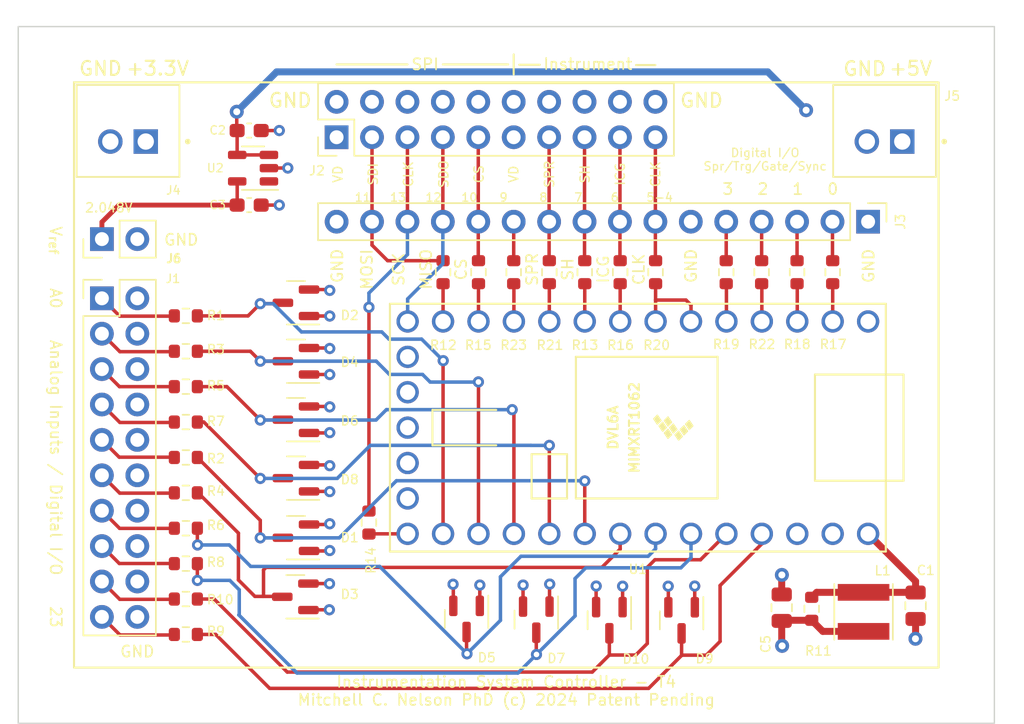
<source format=kicad_pcb>
(kicad_pcb (version 20211014) (generator pcbnew)
  (layers (0 "F.Cu" signal) (1 "In1.Cu" signal) (2 "In2.Cu" signal) (31 "B.Cu" signal) (34 "B.Paste" user) (35 "F.Paste" user) (36 "B.SilkS" user "B.Silkscreen") (37 "F.SilkS" user "F.Silkscreen") (38 "B.Mask" user) (39 "F.Mask" user) (44 "Edge.Cuts" user))
  (net 0 "")
  (net 1 "Net-(D2-Pad3)")
  (net 2 "Earth")
  (net 3 "Net-(D4-Pad3)")
  (net 4 "Net-(D6-Pad3)")
  (net 5 "Net-(D8-Pad3)")
  (net 6 "+5V")
  (net 7 "+3.3V")
  (net 8 "Net-(D1-Pad3)")
  (net 9 "Net-(D3-Pad3)")
  (net 10 "Net-(D5-Pad3)")
  (net 11 "Net-(D7-Pad3)")
  (net 12 "Net-(D9-Pad3)")
  (net 13 "Net-(D10-Pad3)")
  (net 14 "Net-(J1-Pad1)")
  (net 15 "Net-(J1-Pad3)")
  (net 16 "Net-(J1-Pad5)")
  (net 17 "Net-(J1-Pad7)")
  (net 18 "Net-(J1-Pad9)")
  (net 19 "Net-(J1-Pad11)")
  (net 20 "Net-(C1-Pad1)")
  (net 21 "Net-(J1-Pad13)")
  (net 22 "SPI:CLK")
  (net 23 "Net-(J1-Pad15)")
  (net 24 "SPI:SDO")
  (net 25 "Net-(J1-Pad17)")
  (net 26 "Net-(J1-Pad19)")
  (net 27 "SPI:SDI")
  (net 28 "CCD:SPR")
  (net 29 "CCD:SH")
  (net 30 "CCD:ICG")
  (net 31 "CCD:CLK")
  (net 32 "Net-(R17-Pad2)")
  (net 33 "Net-(R18-Pad2)")
  (net 34 "Net-(J3-Pad2)")
  (net 35 "Net-(J3-Pad3)")
  (net 36 "Net-(J3-Pad4)")
  (net 37 "Net-(J3-Pad5)")
  (net 38 "Net-(R19-Pad2)")
  (net 44 "Net-(R22-Pad2)")
  (net 45 "Net-(R12-Pad2)")
  (net 46 "Net-(R13-Pad2)")
  (net 47 "Net-(R14-Pad2)")
  (net 48 "Net-(R15-Pad2)")
  (net 49 "Net-(R16-Pad2)")
  (net 50 "Net-(R20-Pad2)")
  (net 51 "Net-(R21-Pad2)")
  (net 52 "Net-(J3-Pad11)")
  (net 53 "SPI:CS_CNVST")
  (net 54 "Net-(R23-Pad2)")
  (net 55 "/Vrefout")
  (footprint "Package_TO_SOT_SMD:SOT-23" (layer "F.Cu") (at 119.9175 104.015 180)
    (fp_text reference "D4")
    (fp_text value "BAV99")
  )
  (footprint "Resistor_SMD:R_0603_1608Metric" (layer "F.Cu") (at 112.02 123.62)
    (fp_text reference "R9")
    (fp_text value "100R")
  )
  (footprint "Resistor_SMD:R_0603_1608Metric" (layer "F.Cu") (at 138.085 97.625 -90)
    (fp_text reference "R21")
    (fp_text value "49.9")
  )
  (footprint "Resistor_SMD:R_0603_1608Metric" (layer "F.Cu") (at 143.165 97.625 -90)
    (fp_text reference "R16")
    (fp_text value "49.9")
  )
  (footprint "Capacitor_SMD:C_0805_2012Metric" (layer "F.Cu") (at 164.35 121.56 -90)
    (fp_text reference "C1")
    (fp_text value "22uF")
  )
  (footprint "Package_TO_SOT_SMD:SOT-23" (layer "F.Cu") (at 119.9175 99.82 180)
    (fp_text reference "D2")
    (fp_text value "BAV99")
  )
  (footprint "Connector_PinHeader_2.54mm:PinHeader_1x16_P2.54mm_Vertical" (layer "F.Cu") (at 160.93 94 -90)
    (fp_text reference "J3")
    (fp_text value "Conn_01x16_Male")
  )
  (footprint "Resistor_SMD:R_0603_1608Metric" (layer "F.Cu") (at 112.02 121.08)
    (fp_text reference "R10")
    (fp_text value "100R")
  )
  (footprint "Capacitor_SMD:C_0603_1608Metric_Pad1.08x0.95mm_HandSolder" (layer "F.Cu") (at 116.56 92.81)
    (fp_text reference "C3")
    (fp_text value "1uF")
  )
  (footprint "teensy_footprints:Teensy40" (layer "F.Cu") (at 144.435 108.78 180)
    (fp_text reference "U1")
    (fp_text value "Teensy4.0")
  )
  (footprint "Resistor_SMD:R_0603_1608Metric" (layer "F.Cu") (at 156.9 121.78 -90)
    (fp_text reference "R11")
    (fp_text value "100R")
  )
  (footprint "Resistor_SMD:R_0603_1608Metric" (layer "F.Cu") (at 112.02 118.54)
    (fp_text reference "R8")
    (fp_text value "100R")
  )
  (footprint "Resistor_SMD:R_0603_1608Metric" (layer "F.Cu") (at 130.465 97.625 -90)
    (fp_text reference "R12")
    (fp_text value "49.9")
  )
  (footprint "Connector_PinHeader_2.54mm:PinHeader_2x10_P2.54mm_Vertical" (layer "F.Cu") (at 106 99.5)
    (fp_text reference "J1")
    (fp_text value "Conn_02x10_Odd_Even")
  )
  (footprint "Resistor_SMD:R_0603_1608Metric" (layer "F.Cu") (at 112.02 105.84)
    (fp_text reference "R5")
    (fp_text value "100R")
  )
  (footprint "Resistor_SMD:R_0603_1608Metric" (layer "F.Cu") (at 153.31 97.625 -90)
    (fp_text reference "R22")
    (fp_text value "49.9")
  )
  (footprint "Resistor_SMD:R_0603_1608Metric" (layer "F.Cu") (at 145.705 97.625 -90)
    (fp_text reference "R20")
    (fp_text value "49.9")
  )
  (footprint "Package_TO_SOT_SMD:SOT-23" (layer "F.Cu") (at 119.9175 112.405 180)
    (fp_text reference "D8")
    (fp_text value "BAV99")
  )
  (footprint "Resistor_SMD:R_0603_1608Metric" (layer "F.Cu") (at 112.02 116)
    (fp_text reference "R6")
    (fp_text value "100R")
  )
  (footprint "Package_TO_SOT_SMD:SOT-23" (layer "F.Cu") (at 137.15 122.5575 -90)
    (fp_text reference "D7")
    (fp_text value "BAV99")
  )
  (footprint "Capacitor_SMD:C_0603_1608Metric_Pad1.08x0.95mm_HandSolder" (layer "F.Cu") (at 116.56 87.46)
    (fp_text reference "C2")
    (fp_text value "10u")
  )
  (footprint "Connector_PinHeader_2.54mm:PinHeader_1x02_P2.54mm_Vertical" (layer "F.Cu") (at 106 95.25 90)
    (fp_text reference "J6")
    (fp_text value "Conn_01x02_Male")
  )
  (footprint "Package_TO_SOT_SMD:SOT-23" (layer "F.Cu") (at 132.15 122.5075 -90)
    (fp_text reference "D5")
    (fp_text value "BAV99")
  )
  (footprint "Resistor_SMD:R_0603_1608Metric" (layer "F.Cu") (at 158.405 97.625 -90)
    (fp_text reference "R17")
    (fp_text value "49.9")
  )
  (footprint "705430001:MOLEX_705430001" (layer "F.Cu") (at 107.875 88.25)
    (fp_text reference "J4")
    (fp_text value "705430001")
  )
  (footprint "Capacitor_SMD:C_0805_2012Metric" (layer "F.Cu") (at 154.75 121.7 90)
    (fp_text reference "C5")
    (fp_text value "22uF")
  )
  (footprint "Package_TO_SOT_SMD:SOT-23" (layer "F.Cu") (at 147.57 122.6075 -90)
    (fp_text reference "D9")
    (fp_text value "BAV99")
  )
  (footprint "Package_TO_SOT_SMD:SOT-23-5" (layer "F.Cu") (at 116.84 90.16 180)
    (fp_text reference "U2")
    (fp_text value "LM4132xMF-2.0")
  )
  (footprint "Resistor_SMD:R_0603_1608Metric" (layer "F.Cu") (at 135.53 97.625 -90)
    (fp_text reference "R23")
    (fp_text value "49.9")
  )
  (footprint "Resistor_SMD:R_0603_1608Metric" (layer "F.Cu") (at 155.85 97.625 -90)
    (fp_text reference "R18")
    (fp_text value "49.9")
  )
  (footprint "Resistor_SMD:R_0603_1608Metric" (layer "F.Cu") (at 125.15 115.59 -90)
    (fp_text reference "R14")
    (fp_text value "49.9")
  )
  (footprint "Resistor_SMD:R_0603_1608Metric" (layer "F.Cu") (at 112.02 103.3)
    (fp_text reference "R3")
    (fp_text value "100R")
  )
  (footprint "Package_TO_SOT_SMD:SOT-23" (layer "F.Cu") (at 142.39 122.5975 -90)
    (fp_text reference "D10")
    (fp_text value "BAV99")
  )
  (footprint "Connector_PinHeader_2.54mm:PinHeader_2x10_P2.54mm_Vertical" (layer "F.Cu") (at 122.83 87.94 90)
    (fp_text reference "J2")
    (fp_text value "Conn_02x10_Odd_Even")
  )
  (footprint "Resistor_SMD:R_0603_1608Metric" (layer "F.Cu") (at 112.02 100.76)
    (fp_text reference "R1")
    (fp_text value "100R")
  )
  (footprint "705430001:MOLEX_705430001" (layer "F.Cu") (at 162.125 88.25)
    (fp_text reference "J5")
    (fp_text value "705430001")
  )
  (footprint "Inductor_SMD:L_Taiyo-Yuden_NR-40xx" (layer "F.Cu") (at 160.62 122 -90)
    (fp_text reference "L1")
    (fp_text value "10uH")
  )
  (footprint "Resistor_SMD:R_0603_1608Metric" (layer "F.Cu") (at 140.625 97.625 -90)
    (fp_text reference "R13")
    (fp_text value "49.9")
  )
  (footprint "Resistor_SMD:R_0603_1608Metric" (layer "F.Cu") (at 112.02 108.38)
    (fp_text reference "R7")
    (fp_text value "100R")
  )
  (footprint "Package_TO_SOT_SMD:SOT-23" (layer "F.Cu") (at 119.9175 108.21 180)
    (fp_text reference "D6")
    (fp_text value "BAV99")
  )
  (footprint "Resistor_SMD:R_0603_1608Metric" (layer "F.Cu") (at 112.02 110.92)
    (fp_text reference "R2")
    (fp_text value "100R")
  )
  (footprint "Resistor_SMD:R_0603_1608Metric" (layer "F.Cu") (at 150.77 97.625 -90)
    (fp_text reference "R19")
    (fp_text value "49.9")
  )
  (footprint "Resistor_SMD:R_0603_1608Metric" (layer "F.Cu") (at 112.02 113.46)
    (fp_text reference "R4")
    (fp_text value "100R")
  )
  (footprint "Resistor_SMD:R_0603_1608Metric" (layer "F.Cu") (at 133.005 97.625 -90)
    (fp_text reference "R15")
    (fp_text value "49.9")
  )
  (footprint "Package_TO_SOT_SMD:SOT-23" (layer "F.Cu") (at 119.9175 116.68 180)
    (fp_text reference "D1")
    (fp_text value "BAV99")
  )
  (footprint "Package_TO_SOT_SMD:SOT-23" (layer "F.Cu") (at 119.8725 120.92 180)
    (fp_text reference "D3")
    (fp_text value "BAV99")
  )
  (gr_line (start 144.3 82.76) (end 145.69 82.76) (layer "F.SilkS") (width 0.15))
  (gr_line (start 135.93 82.74) (end 137.4 82.74) (layer "F.SilkS") (width 0.15))
  (gr_line (start 122.83 82.715) (end 127.91 82.715) (layer "F.SilkS") (width 0.15))
  (gr_line (start 130.45 82.715) (end 135.13 82.715) (layer "F.SilkS") (width 0.15))
  (gr_rect (start 104 84) (end 166 126) (layer "F.SilkS") (width 0.15) (fill none))
  (gr_line (start 135.53 82) (end 135.53 83.43) (layer "F.SilkS") (width 0.15))
  (gr_rect (start 100 80) (end 170 130) (layer "Edge.Cuts") (width 0.1) (fill none))
  (gr_text "+5V" (at 164 83) (layer "F.SilkS") (effects (font (size 1 1))))
  (gr_text "8" (at 137.66 92.26) (layer "F.SilkS") (effects (font (size 0.6 0.6) (thickness 0.095))))
  (gr_text "23" (at 102.69 122.36 270) (layer "F.SilkS") (effects (font (size 0.8 0.8) (thickness 0.12))))
  (gr_text "1" (at 155.903332 91.66) (layer "F.SilkS") (effects (font (size 0.8 0.8) (thickness 0.12))))
  (gr_text "SDO" (at 130.51 90.59 90) (layer "F.SilkS") (effects (font (size 0.66 0.66) (thickness 0.1))))
  (gr_text "11" (at 124.71 92.26) (layer "F.SilkS") (effects (font (size 0.6 0.6) (thickness 0.095))))
  (gr_text "ICG" (at 143.17 90.59 90) (layer "F.SilkS") (effects (font (size 0.66 0.66) (thickness 0.1))))
  (gr_text "GND" (at 160.7 83.03) (layer "F.SilkS") (effects (font (size 1 1))))
  (gr_text "GND" (at 105.9 83.01) (layer "F.SilkS") (effects (font (size 1 1))))
  (gr_text "3" (at 150.89 91.66) (layer "F.SilkS") (effects (font (size 0.8 0.8) (thickness 0.12))))
  (gr_text "SH" (at 140.64 90.59 90) (layer "F.SilkS") (effects (font (size 0.66 0.66) (thickness 0.1))))
  (gr_text "Digital I/O\nSpr/Trg/Gate/Sync" (at 153.56 89.54) (layer "F.SilkS") (effects (font (size 0.6 0.6) (thickness 0.09))))
  (gr_text "GND" (at 148.25 97.17 90) (layer "F.SilkS") (effects (font (size 0.8 0.8) (thickness 0.12))))
  (gr_text "VD" (at 122.92 90.59 90) (layer "F.SilkS") (effects (font (size 0.66 0.66) (thickness 0.1))))
  (gr_text "Instrument" (at 140.85 82.69) (layer "F.SilkS") (effects (font (size 0.8 0.8) (thickness 0.12))))
  (gr_text "GND" (at 149 85.3) (layer "F.SilkS") (effects (font (size 1 1))))
  (gr_text "A0" (at 102.69 99.5 270) (layer "F.SilkS") (effects (font (size 0.8 0.8) (thickness 0.12))))
  (gr_text "2.048V" (at 106.5 93) (layer "F.SilkS") (effects (font (size 0.66 0.66) (thickness 0.1))))
  (gr_text "9" (at 134.8 92.26) (layer "F.SilkS") (effects (font (size 0.6 0.6) (thickness 0.095))))
  (gr_text "GND" (at 160.98 97.17 90) (layer "F.SilkS") (effects (font (size 0.8 0.8) (thickness 0.12))))
  (gr_text "CLK" (at 145.7 90.59 90) (layer "F.SilkS") (effects (font (size 0.66 0.66) (thickness 0.1))))
  (gr_text "CS" (at 131.751735 97.42 90) (layer "F.SilkS") (effects (font (size 0.8 0.8) (thickness 0.12))))
  (gr_text "GND" (at 122.88 97.17 90) (layer "F.SilkS") (effects (font (size 0.8 0.8) (thickness 0.12))))
  (gr_text "10" (at 132.35 92.26) (layer "F.SilkS") (effects (font (size 0.6 0.6) (thickness 0.095))))
  (gr_text "GND" (at 119.5 85.3) (layer "F.SilkS") (effects (font (size 1 1))))
  (gr_text "GND" (at 111.69 95.3) (layer "F.SilkS") (effects (font (size 0.8 0.8) (thickness 0.12))))
  (gr_text "2" (at 153.396666 91.66) (layer "F.SilkS") (effects (font (size 0.8 0.8) (thickness 0.12))))
  (gr_text "CS" (at 133.04 90.590001 90) (layer "F.SilkS") (effects (font (size 0.66 0.66) (thickness 0.1))))
  (gr_text "MISO" (at 129.25 97.419999 90) (layer "F.SilkS") (effects (font (size 0.8 0.8) (thickness 0.12))))
  (gr_text "Analog Inputs / Digital I/O" (at 102.69 110.93 270) (layer "F.SilkS") (effects (font (size 0.8 0.8) (thickness 0.12))))
  (gr_text "5-4" (at 146 92.26) (layer "F.SilkS") (effects (font (size 0.6 0.6) (thickness 0.095))))
  (gr_text "CLK" (at 127.98 90.59 90) (layer "F.SilkS") (effects (font (size 0.66 0.66) (thickness 0.1))))
  (gr_text "CLK" (at 144.5 97.42 90) (layer "F.SilkS") (effects (font (size 0.8 0.8) (thickness 0.12))))
  (gr_text "VD" (at 135.525 90.59 90) (layer "F.SilkS") (effects (font (size 0.66 0.66) (thickness 0.1))))
  (gr_text "SDI" (at 125.45 90.590001 90) (layer "F.SilkS") (effects (font (size 0.66 0.66) (thickness 0.1))))
  (gr_text "ICG" (at 141.950347 97.419999 90) (layer "F.SilkS") (effects (font (size 0.8 0.8) (thickness 0.12))))
  (gr_text "12" (at 129.78 92.26) (layer "F.SilkS") (effects (font (size 0.6 0.6) (thickness 0.095))))
  (gr_text "GND" (at 108.54 124.85) (layer "F.SilkS") (effects (font (size 0.8 0.8) (thickness 0.12))))
  (gr_text "0" (at 158.41 91.66) (layer "F.SilkS") (effects (font (size 0.8 0.8) (thickness 0.12))))
  (gr_text "+3.3V" (at 110 83) (layer "F.SilkS") (effects (font (size 1 1))))
  (gr_text "SH" (at 139.400694 97.419999 90) (layer "F.SilkS") (effects (font (size 0.8 0.8) (thickness 0.12))))
  (gr_text "MOSI" (at 125 97.419999 90) (layer "F.SilkS") (effects (font (size 0.8 0.8) (thickness 0.12))))
  (gr_text "SPR" (at 136.852776 97.42 90) (layer "F.SilkS") (effects (font (size 0.8 0.8) (thickness 0.12))))
  (gr_text "SPI" (at 129.18 82.71) (layer "F.SilkS") (effects (font (size 0.8 0.8) (thickness 0.12))))
  (gr_text "SCK" (at 127.275 97.42 90) (layer "F.SilkS") (effects (font (size 0.8 0.8) (thickness 0.12))))
  (gr_text "6" (at 142.78 92.26) (layer "F.SilkS") (effects (font (size 0.6 0.6) (thickness 0.095))))
  (gr_text "V_{ref}" (at 102.69 95.34 270) (layer "F.SilkS") (effects (font (size 0.8 0.8) (thickness 0.12))))
  (gr_text "SPR" (at 138.095 90.590001 90) (layer "F.SilkS") (effects (font (size 0.66 0.66) (thickness 0.1))))
  (gr_text "13" (at 127.24 92.26) (layer "F.SilkS") (effects (font (size 0.6 0.6) (thickness 0.095))))
  (gr_text "7" (at 140.17 92.26) (layer "F.SilkS") (effects (font (size 0.6 0.6) (thickness 0.095))))
  (gr_text "Instrumentation System Controller - T4\nMitchell C. Nelson PhD (c) 2024 Patent Pending" (at 135 127.67) (layer "F.SilkS") (effects (font (size 0.8 0.8) (thickness 0.12))))
  (segment (start 130.465 103.985) (end 130.465 116.4) (width 0.25) (layer "F.Cu") (net 1))
  (segment (start 117.3575 99.885) (end 118.915 99.885) (width 0.25) (layer "F.Cu") (net 1))
  (segment (start 130.475 103.975) (end 130.465 103.985) (width 0.25) (layer "F.Cu") (net 1))
  (segment (start 112.845 100.76) (end 116.4825 100.76) (width 0.25) (layer "F.Cu") (net 1))
  (segment (start 118.915 99.885) (end 118.98 99.82) (width 0.25) (layer "F.Cu") (net 1))
  (segment (start 116.4825 100.76) (end 117.3575 99.885) (width 0.25) (layer "F.Cu") (net 1))
  (via (at 130.475 103.975) (size 0.8) (drill 0.4) (layers "F.Cu" "B.Cu") (net 1))
  (via (at 117.3575 99.885) (size 0.8) (drill 0.4) (layers "F.Cu" "B.Cu") (net 1))
  (segment (start 118.285 99.885) (end 117.3575 99.885) (width 0.25) (layer "B.Cu") (net 1))
  (segment (start 120.31 101.91) (end 118.285 99.885) (width 0.25) (layer "B.Cu") (net 1))
  (segment (start 130.475 103.975) (end 128.93 102.43) (width 0.25) (layer "B.Cu") (net 1))
  (segment (start 126.07 101.91) (end 120.31 101.91) (width 0.25) (layer "B.Cu") (net 1))
  (segment (start 126.59 102.43) (end 126.07 101.91) (width 0.25) (layer "B.Cu") (net 1))
  (segment (start 128.93 102.43) (end 126.59 102.43) (width 0.25) (layer "B.Cu") (net 1))
  (segment (start 154.75 120.75) (end 154.75 119.36) (width 0.5) (layer "F.Cu") (net 2))
  (segment (start 117.9875 90.15) (end 117.9775 90.16) (width 0.25) (layer "F.Cu") (net 2))
  (segment (start 154.75 119.36) (end 154.76 119.35) (width 0.25) (layer "F.Cu") (net 2))
  (segment (start 138.1 120.019375) (end 138.111875 120.0075) (width 0.25) (layer "F.Cu") (net 2))
  (segment (start 118.72 92.81) (end 117.4225 92.81) (width 0.25) (layer "F.Cu") (net 2))
  (segment (start 120.83 121.85) (end 120.81 121.87) (width 0.25) (layer "F.Cu") (net 2))
  (segment (start 133.1 121.57) (end 133.1 120.079375) (width 0.25) (layer "F.Cu") (net 2))
  (segment (start 118.72 87.46) (end 117.4225 87.46) (width 0.25) (layer "F.Cu") (net 2))
  (segment (start 122.3075 117.63) (end 122.3375 117.6) (width 0.25) (layer "F.Cu") (net 2))
  (segment (start 120.855 113.355) (end 122.3225 113.355) (width 0.25) (layer "F.Cu") (net 2))
  (segment (start 133.1 120.079375) (end 133.101875 120.0775) (width 0.25) (layer "F.Cu") (net 2))
  (segment (start 148.511875 120.1475) (end 148.511875 121.661875) (width 0.25) (layer "F.Cu") (net 2))
  (segment (start 138.1 121.62) (end 138.1 120.019375) (width 0.25) (layer "F.Cu") (net 2))
  (segment (start 122.3325 104.965) (end 122.3375 104.97) (width 0.25) (layer "F.Cu") (net 2))
  (segment (start 120.855 104.965) (end 122.3325 104.965) (width 0.25) (layer "F.Cu") (net 2))
  (segment (start 122.3175 109.16) (end 122.3375 109.14) (width 0.25) (layer "F.Cu") (net 2))
  (segment (start 164.35 123.92) (end 164.34 123.93) (width 0.25) (layer "F.Cu") (net 2))
  (segment (start 122.31 121.85) (end 120.83 121.85) (width 0.25) (layer "F.Cu") (net 2))
  (segment (start 164.35 122.51) (end 164.35 123.92) (width 0.5) (layer "F.Cu") (net 2))
  (segment (start 120.855 117.63) (end 122.3075 117.63) (width 0.25) (layer "F.Cu") (net 2))
  (segment (start 119.33 90.15) (end 117.9875 90.15) (width 0.25) (layer "F.Cu") (net 2))
  (segment (start 143.34 121.66) (end 143.34 120.159375) (width 0.25) (layer "F.Cu") (net 2))
  (segment (start 148.511875 121.661875) (end 148.52 121.67) (width 0.25) (layer "F.Cu") (net 2))
  (segment (start 143.34 120.159375) (end 143.341875 120.1575) (width 0.25) (layer "F.Cu") (net 2))
  (segment (start 120.855 100.77) (end 122.3375 100.77) (width 0.25) (layer "F.Cu") (net 2))
  (segment (start 122.3225 113.355) (end 122.3375 113.37) (width 0.25) (layer "F.Cu") (net 2))
  (segment (start 120.855 109.16) (end 122.3175 109.16) (width 0.25) (layer "F.Cu") (net 2))
  (via (at 143.341875 120.1575) (size 0.8) (drill 0.4) (layers "F.Cu" "B.Cu") (net 2))
  (via (at 154.76 119.35) (size 1) (drill 0.5) (layers "F.Cu" "B.Cu") (net 2))
  (via (at 122.3375 104.97) (size 0.8) (drill 0.4) (layers "F.Cu" "B.Cu") (net 2))
  (via (at 122.3375 117.6) (size 0.8) (drill 0.4) (layers "F.Cu" "B.Cu") (net 2))
  (via (at 148.511875 120.1475) (size 0.8) (drill 0.4) (layers "F.Cu" "B.Cu") (net 2))
  (via (at 138.111875 120.0075) (size 0.8) (drill 0.4) (layers "F.Cu" "B.Cu") (net 2))
  (via (at 122.3375 100.77) (size 0.8) (drill 0.4) (layers "F.Cu" "B.Cu") (net 2))
  (via (at 118.72 87.46) (size 0.8) (drill 0.4) (layers "F.Cu" "B.Cu") (net 2))
  (via (at 118.72 92.81) (size 0.8) (drill 0.4) (layers "F.Cu" "B.Cu") (net 2))
  (via (at 122.3375 113.37) (size 0.8) (drill 0.4) (layers "F.Cu" "B.Cu") (net 2))
  (via (at 164.34 123.93) (size 1) (drill 0.5) (layers "F.Cu" "B.Cu") (net 2))
  (via (at 122.31 121.85) (size 0.8) (drill 0.4) (layers "F.Cu" "B.Cu") (net 2))
  (via (at 133.101875 120.0775) (size 0.8) (drill 0.4) (layers "F.Cu" "B.Cu") (net 2))
  (via (at 119.33 90.15) (size 0.8) (drill 0.4) (layers "F.Cu" "B.Cu") (net 2))
  (via (at 122.3375 109.14) (size 0.8) (drill 0.4) (layers "F.Cu" "B.Cu") (net 2))
  (segment (start 118.975 104.01) (end 118.98 104.015) (width 0.25) (layer "F.Cu") (net 3))
  (segment (start 116.6475 103.3) (end 117.3575 104.01) (width 0.25) (layer "F.Cu") (net 3))
  (segment (start 133.005 105.505) (end 133.005 116.4) (width 0.25) (layer "F.Cu") (net 3))
  (segment (start 117.3575 104.01) (end 118.975 104.01) (width 0.25) (layer "F.Cu") (net 3))
  (segment (start 133 105.5) (end 133.005 105.505) (width 0.25) (layer "F.Cu") (net 3))
  (segment (start 112.845 103.3) (end 116.6475 103.3) (width 0.25) (layer "F.Cu") (net 3))
  (via (at 133 105.5) (size 0.8) (drill 0.4) (layers "F.Cu" "B.Cu") (net 3))
  (via (at 117.3575 104.01) (size 0.8) (drill 0.4) (layers "F.Cu" "B.Cu") (net 3))
  (segment (start 126.62 104.96) (end 125.67 104.01) (width 0.25) (layer "B.Cu") (net 3))
  (segment (start 129.54 105.51) (end 128.99 104.96) (width 0.25) (layer "B.Cu") (net 3))
  (segment (start 125.67 104.01) (end 117.3575 104.01) (width 0.25) (layer "B.Cu") (net 3))
  (segment (start 133 105.5) (end 132.99 105.51) (width 0.25) (layer "B.Cu") (net 3))
  (segment (start 132.99 105.51) (end 129.54 105.51) (width 0.25) (layer "B.Cu") (net 3))
  (segment (start 128.99 104.96) (end 126.62 104.96) (width 0.25) (layer "B.Cu") (net 3))
  (segment (start 112.845 105.84) (end 114.9625 105.84) (width 0.25) (layer "F.Cu") (net 4))
  (segment (start 135.42 107.49) (end 135.545 107.615) (width 0.25) (layer "F.Cu") (net 4))
  (segment (start 135.545 107.615) (end 135.545 116.4) (width 0.25) (layer "F.Cu") (net 4))
  (segment (start 118.955 108.235) (end 118.98 108.21) (width 0.25) (layer "F.Cu") (net 4))
  (segment (start 114.9625 105.84) (end 117.3575 108.235) (width 0.25) (layer "F.Cu") (net 4))
  (segment (start 117.3575 108.235) (end 118.955 108.235) (width 0.25) (layer "F.Cu") (net 4))
  (via (at 117.3575 108.235) (size 0.8) (drill 0.4) (layers "F.Cu" "B.Cu") (net 4))
  (via (at 135.42 107.49) (size 0.8) (drill 0.4) (layers "F.Cu" "B.Cu") (net 4))
  (segment (start 126.4 107.49) (end 125.655 108.235) (width 0.25) (layer "B.Cu") (net 4))
  (segment (start 135.42 107.49) (end 126.4 107.49) (width 0.25) (layer "B.Cu") (net 4))
  (segment (start 125.655 108.235) (end 117.3575 108.235) (width 0.25) (layer "B.Cu") (net 4))
  (segment (start 118.96 112.425) (end 118.98 112.405) (width 0.25) (layer "F.Cu") (net 5))
  (segment (start 113.3125 108.38) (end 117.3575 112.425) (width 0.25) (layer "F.Cu") (net 5))
  (segment (start 112.845 108.38) (end 113.3125 108.38) (width 0.25) (layer "F.Cu") (net 5))
  (segment (start 138.085 110.055) (end 138.085 116.4) (width 0.25) (layer "F.Cu") (net 5))
  (segment (start 117.3575 112.425) (end 118.96 112.425) (width 0.25) (layer "F.Cu") (net 5))
  (via (at 138.085 110.055) (size 0.8) (drill 0.4) (layers "F.Cu" "B.Cu") (net 5))
  (via (at 117.3575 112.425) (size 0.8) (drill 0.4) (layers "F.Cu" "B.Cu") (net 5))
  (segment (start 125.25 110.05) (end 122.875 112.425) (width 0.25) (layer "B.Cu") (net 5))
  (segment (start 122.875 112.425) (end 117.3575 112.425) (width 0.25) (layer "B.Cu") (net 5))
  (segment (start 138.085 110.055) (end 136.775 110.055) (width 0.25) (layer "B.Cu") (net 5))
  (segment (start 136.775 110.055) (end 136.77 110.05) (width 0.25) (layer "B.Cu") (net 5))
  (segment (start 136.77 110.05) (end 125.25 110.05) (width 0.25) (layer "B.Cu") (net 5))
  (segment (start 117.9775 89.21) (end 115.7025 89.21) (width 0.25) (layer "F.Cu") (net 6))
  (segment (start 115.67 87.4325) (end 115.6975 87.46) (width 0.25) (layer "F.Cu") (net 6))
  (segment (start 154.75 122.65) (end 154.75 124.41) (width 0.5) (layer "F.Cu") (net 6))
  (segment (start 154.795 122.605) (end 154.75 122.65) (width 0.5) (layer "F.Cu") (net 6))
  (segment (start 157.695 123.4) (end 156.9 122.605) (width 0.5) (layer "F.Cu") (net 6))
  (segment (start 115.6975 87.46) (end 115.6975 89.205) (width 0.25) (layer "F.Cu") (net 6))
  (segment (start 156.9 122.605) (end 154.795 122.605) (width 0.5) (layer "F.Cu") (net 6))
  (segment (start 154.75 124.41) (end 154.78 124.44) (width 0.5) (layer "F.Cu") (net 6))
  (segment (start 115.67 86.11) (end 115.67 87.4325) (width 0.25) (layer "F.Cu") (net 6))
  (segment (start 160.62 123.4) (end 157.695 123.4) (width 0.5) (layer "F.Cu") (net 6))
  (segment (start 115.6975 89.205) (end 115.7025 89.21) (width 0.25) (layer "F.Cu") (net 6))
  (via (at 154.78 124.44) (size 1) (drill 0.5) (layers "F.Cu" "B.Cu") (net 6))
  (via (at 115.67 86.11) (size 1) (drill 0.5) (layers "F.Cu" "B.Cu") (net 6))
  (via (at 156.5 86) (size 1) (drill 0.5) (layers "F.Cu" "B.Cu") (net 6))
  (segment (start 153.75 83.25) (end 156.5 86) (width 0.5) (layer "B.Cu") (net 6))
  (segment (start 118.64 83.25) (end 118.53 83.25) (width 0.5) (layer "B.Cu") (net 6))
  (segment (start 118.64 83.25) (end 153.75 83.25) (width 0.5) (layer "B.Cu") (net 6))
  (segment (start 118.53 83.25) (end 115.67 86.11) (width 0.5) (layer "B.Cu") (net 6))
  (segment (start 122.3025 103.065) (end 122.3375 103.1) (width 0.25) (layer "F.Cu") (net 7))
  (segment (start 120.855 98.87) (end 122.2775 98.87) (width 0.25) (layer "F.Cu") (net 7))
  (segment (start 122.3075 107.26) (end 122.3375 107.29) (width 0.25) (layer "F.Cu") (net 7))
  (segment (start 122.2875 115.73) (end 122.3375 115.68) (width 0.25) (layer "F.Cu") (net 7))
  (segment (start 146.62 121.67) (end 146.62 120.1675) (width 0.25) (layer "F.Cu") (net 7))
  (segment (start 141.44 121.66) (end 141.44 120.153125) (width 0.25) (layer "F.Cu") (net 7))
  (segment (start 136.2 121.62) (end 136.2 120.08125) (width 0.25) (layer "F.Cu") (net 7))
  (segment (start 120.855 115.73) (end 122.2875 115.73) (width 0.25) (layer "F.Cu") (net 7))
  (segment (start 120.855 107.26) (end 122.3075 107.26) (width 0.25) (layer "F.Cu") (net 7))
  (segment (start 122.2775 98.87) (end 122.3375 98.93) (width 0.25) (layer "F.Cu") (net 7))
  (segment (start 122.3125 119.97) (end 122.3225 119.98) (width 0.25) (layer "F.Cu") (net 7))
  (segment (start 122.2825 111.455) (end 122.3375 111.51) (width 0.25) (layer "F.Cu") (net 7))
  (segment (start 120.855 103.065) (end 122.3025 103.065) (width 0.25) (layer "F.Cu") (net 7))
  (segment (start 146.62 120.1675) (end 146.61 120.1575) (width 0.25) (layer "F.Cu") (net 7))
  (segment (start 120.855 111.455) (end 122.2825 111.455) (width 0.25) (layer "F.Cu") (net 7))
  (segment (start 141.44 120.153125) (end 141.445625 120.1475) (width 0.25) (layer "F.Cu") (net 7))
  (segment (start 120.81 119.97) (end 122.3125 119.97) (width 0.25) (layer "F.Cu") (net 7))
  (segment (start 131.2 121.57) (end 131.2 120.035625) (width 0.25) (layer "F.Cu") (net 7))
  (segment (start 136.2 120.08125) (end 136.20375 120.0775) (width 0.25) (layer "F.Cu") (net 7))
  (segment (start 131.2 120.035625) (end 131.181875 120.0175) (width 0.25) (layer "F.Cu") (net 7))
  (via (at 141.445625 120.1475) (size 0.8) (drill 0.4) (layers "F.Cu" "B.Cu") (net 7))
  (via (at 146.61 120.1575) (size 0.8) (drill 0.4) (layers "F.Cu" "B.Cu") (net 7))
  (via (at 122.3375 111.51) (size 0.8) (drill 0.4) (layers "F.Cu" "B.Cu") (net 7))
  (via (at 136.20375 120.0775) (size 0.8) (drill 0.4) (layers "F.Cu" "B.Cu") (net 7))
  (via (at 122.3375 103.1) (size 0.8) (drill 0.4) (layers "F.Cu" "B.Cu") (net 7))
  (via (at 131.181875 120.0175) (size 0.8) (drill 0.4) (layers "F.Cu" "B.Cu") (net 7))
  (via (at 122.3225 119.98) (size 0.8) (drill 0.4) (layers "F.Cu" "B.Cu") (net 7))
  (via (at 122.3375 98.93) (size 0.8) (drill 0.4) (layers "F.Cu" "B.Cu") (net 7))
  (via (at 122.3375 107.29) (size 0.8) (drill 0.4) (layers "F.Cu" "B.Cu") (net 7))
  (via (at 122.3375 115.68) (size 0.8) (drill 0.4) (layers "F.Cu" "B.Cu") (net 7))
  (segment (start 117.3575 116.69) (end 118.97 116.69) (width 0.25) (layer "F.Cu") (net 8))
  (segment (start 118.97 116.69) (end 118.98 116.68) (width 0.25) (layer "F.Cu") (net 8))
  (segment (start 117.3575 115.4325) (end 117.3575 116.69) (width 0.25) (layer "F.Cu") (net 8))
  (segment (start 112.845 110.92) (end 117.3575 115.4325) (width 0.25) (layer "F.Cu") (net 8))
  (segment (start 140.625 112.605) (end 140.625 116.4) (width 0.25) (layer "F.Cu") (net 8))
  (via (at 140.625 112.605) (size 0.8) (drill 0.4) (layers "F.Cu" "B.Cu") (net 8))
  (via (at 117.3575 116.69) (size 0.8) (drill 0.4) (layers "F.Cu" "B.Cu") (net 8))
  (segment (start 127.12 112.59) (end 123.02 116.69) (width 0.25) (layer "B.Cu") (net 8))
  (segment (start 123.02 116.69) (end 117.3575 116.69) (width 0.25) (layer "B.Cu") (net 8))
  (segment (start 140.61 112.59) (end 127.12 112.59) (width 0.25) (layer "B.Cu") (net 8))
  (segment (start 140.625 112.605) (end 140.61 112.59) (width 0.25) (layer "B.Cu") (net 8))
  (segment (start 117.77 118.81) (end 117.59 118.99) (width 0.25) (layer "F.Cu") (net 9))
  (segment (start 112.845 113.46) (end 112.9 113.46) (width 0.25) (layer "F.Cu") (net 9))
  (segment (start 112.9 113.46) (end 115.79 116.35) (width 0.25) (layer "F.Cu") (net 9))
  (segment (start 117.59 120.86) (end 117.56 120.89) (width 0.25) (layer "F.Cu") (net 9))
  (segment (start 143.165 116.4) (end 143.165 117.495) (width 0.25) (layer "F.Cu") (net 9))
  (segment (start 117.59 118.99) (end 117.59 120.86) (width 0.25) (layer "F.Cu") (net 9))
  (segment (start 115.79 119.71) (end 116.97 120.89) (width 0.25) (layer "F.Cu") (net 9))
  (segment (start 118.905 120.89) (end 118.935 120.92) (width 0.25) (layer "F.Cu") (net 9))
  (segment (start 143.165 117.495) (end 141.85 118.81) (width 0.25) (layer "F.Cu") (net 9))
  (segment (start 141.85 118.81) (end 117.77 118.81) (width 0.25) (layer "F.Cu") (net 9))
  (segment (start 116.97 120.89) (end 117.56 120.89) (width 0.25) (layer "F.Cu") (net 9))
  (segment (start 115.79 116.35) (end 115.79 119.71) (width 0.25) (layer "F.Cu") (net 9))
  (segment (start 117.56 120.89) (end 118.905 120.89) (width 0.25) (layer "F.Cu") (net 9))
  (segment (start 112.845 116) (end 112.845 117.185) (width 0.25) (layer "F.Cu") (net 10))
  (segment (start 132.15 123.445) (end 132.15 124.975625) (width 0.25) (layer "F.Cu") (net 10))
  (segment (start 132.15 124.975625) (end 132.181875 125.0075) (width 0.25) (layer "F.Cu") (net 10))
  (segment (start 112.845 117.185) (end 112.86 117.2) (width 0.25) (layer "F.Cu") (net 10))
  (via (at 112.86 117.2) (size 0.8) (drill 0.4) (layers "F.Cu" "B.Cu") (net 10))
  (via (at 132.181875 125.0075) (size 0.8) (drill 0.4) (layers "F.Cu" "B.Cu") (net 10))
  (segment (start 134.58 122.609375) (end 134.58 119.48) (width 0.25) (layer "B.Cu") (net 10))
  (segment (start 116.67 118.74) (end 125.914375 118.74) (width 0.25) (layer "B.Cu") (net 10))
  (segment (start 132.181875 125.0075) (end 134.58 122.609375) (width 0.25) (layer "B.Cu") (net 10))
  (segment (start 145.705 117.475) (end 145.705 116.4) (width 0.25) (layer "B.Cu") (net 10))
  (segment (start 112.86 117.2) (end 115.13 117.2) (width 0.25) (layer "B.Cu") (net 10))
  (segment (start 125.914375 118.74) (end 132.181875 125.0075) (width 0.25) (layer "B.Cu") (net 10))
  (segment (start 136.05 118.01) (end 145.17 118.01) (width 0.25) (layer "B.Cu") (net 10))
  (segment (start 115.13 117.2) (end 116.67 118.74) (width 0.25) (layer "B.Cu") (net 10))
  (segment (start 145.17 118.01) (end 145.705 117.475) (width 0.25) (layer "B.Cu") (net 10))
  (segment (start 134.58 119.48) (end 136.05 118.01) (width 0.25) (layer "B.Cu") (net 10))
  (segment (start 112.845 118.54) (end 112.845 119.735) (width 0.25) (layer "F.Cu") (net 11))
  (segment (start 112.845 119.735) (end 112.85 119.74) (width 0.25) (layer "F.Cu") (net 11))
  (segment (start 137.15 123.495) (end 137.15 125.04375) (width 0.25) (layer "F.Cu") (net 11))
  (segment (start 137.15 125.04375) (end 137.16375 125.0575) (width 0.25) (layer "F.Cu") (net 11))
  (via (at 112.85 119.74) (size 0.8) (drill 0.4) (layers "F.Cu" "B.Cu") (net 11))
  (via (at 137.16375 125.0575) (size 0.8) (drill 0.4) (layers "F.Cu" "B.Cu") (net 11))
  (segment (start 147.52 118.84) (end 148.245 118.115) (width 0.25) (layer "B.Cu") (net 11))
  (segment (start 139.93 119.61) (end 140.7 118.84) (width 0.25) (layer "B.Cu") (net 11))
  (segment (start 115.17 119.74) (end 115.85 120.42) (width 0.25) (layer "B.Cu") (net 11))
  (segment (start 148.245 118.115) (end 148.245 116.4) (width 0.25) (layer "B.Cu") (net 11))
  (segment (start 140.7 118.84) (end 147.52 118.84) (width 0.25) (layer "B.Cu") (net 11))
  (segment (start 115.85 120.42) (end 115.85 122.19) (width 0.25) (layer "B.Cu") (net 11))
  (segment (start 115.85 122.19) (end 115.82 122.22) (width 0.25) (layer "B.Cu") (net 11))
  (segment (start 135.83125 126.39) (end 137.16375 125.0575) (width 0.25) (layer "B.Cu") (net 11))
  (segment (start 112.85 119.74) (end 115.17 119.74) (width 0.25) (layer "B.Cu") (net 11))
  (segment (start 115.82 122.22) (end 119.99 126.39) (width 0.25) (layer "B.Cu") (net 11))
  (segment (start 137.16375 125.0575) (end 139.93 122.29125) (width 0.25) (layer "B.Cu") (net 11))
  (segment (start 139.93 122.29125) (end 139.93 119.61) (width 0.25) (layer "B.Cu") (net 11))
  (segment (start 119.99 126.39) (end 135.83125 126.39) (width 0.25) (layer "B.Cu") (net 11))
  (segment (start 112.845 123.62) (end 114.16 123.62) (width 0.25) (layer "F.Cu") (net 12))
  (segment (start 147.57 125.09) (end 147.5875 125.1075) (width 0.25) (layer "F.Cu") (net 12))
  (segment (start 118.03 127.49) (end 145.205 127.49) (width 0.25) (layer "F.Cu") (net 12))
  (segment (start 150.33 120.11) (end 153.325 117.115) (width 0.25) (layer "F.Cu") (net 12))
  (segment (start 147.5875 125.1075) (end 149.3425 125.1075) (width 0.25) (layer "F.Cu") (net 12))
  (segment (start 114.16 123.62) (end 118.03 127.49) (width 0.25) (layer "F.Cu") (net 12))
  (segment (start 147.57 123.545) (end 147.57 125.09) (width 0.25) (layer "F.Cu") (net 12))
  (segment (start 145.205 127.49) (end 147.5875 125.1075) (width 0.25) (layer "F.Cu") (net 12))
  (segment (start 149.3425 125.1075) (end 150.33 124.12) (width 0.25) (layer "F.Cu") (net 12))
  (segment (start 150.33 124.12) (end 150.33 120.11) (width 0.25) (layer "F.Cu") (net 12))
  (segment (start 153.325 117.115) (end 153.325 116.4) (width 0.25) (layer "F.Cu") (net 12))
  (segment (start 148.925 118.26) (end 150.785 116.4) (width 0.25) (layer "F.Cu") (net 13))
  (segment (start 119.29 126.32) (end 141.163125 126.32) (width 0.25) (layer "F.Cu") (net 13))
  (segment (start 112.845 121.08) (end 114.05 121.08) (width 0.25) (layer "F.Cu") (net 13))
  (segment (start 114.05 121.08) (end 119.29 126.32) (width 0.25) (layer "F.Cu") (net 13))
  (segment (start 142.39 123.535) (end 142.39 125.093125) (width 0.25) (layer "F.Cu") (net 13))
  (segment (start 142.385625 125.0975) (end 144.2825 125.0975) (width 0.25) (layer "F.Cu") (net 13))
  (segment (start 141.163125 126.32) (end 142.385625 125.0975) (width 0.25) (layer "F.Cu") (net 13))
  (segment (start 145.66 118.26) (end 148.925 118.26) (width 0.25) (layer "F.Cu") (net 13))
  (segment (start 144.2825 125.0975) (end 145.11 124.27) (width 0.25) (layer "F.Cu") (net 13))
  (segment (start 145.11 118.81) (end 145.66 118.26) (width 0.25) (layer "F.Cu") (net 13))
  (segment (start 145.11 124.27) (end 145.11 118.81) (width 0.25) (layer "F.Cu") (net 13))
  (segment (start 142.39 125.093125) (end 142.385625 125.0975) (width 0.25) (layer "F.Cu") (net 13))
  (segment (start 106 99.5) (end 107.28 100.78) (width 0.25) (layer "F.Cu") (net 14))
  (segment (start 111.175 100.78) (end 111.195 100.76) (width 0.25) (layer "F.Cu") (net 14))
  (segment (start 107.28 100.78) (end 111.175 100.78) (width 0.25) (layer "F.Cu") (net 14))
  (segment (start 107.29 103.33) (end 111.165 103.33) (width 0.25) (layer "F.Cu") (net 15))
  (segment (start 111.165 103.33) (end 111.195 103.3) (width 0.25) (layer "F.Cu") (net 15))
  (segment (start 106 102.04) (end 107.29 103.33) (width 0.25) (layer "F.Cu") (net 15))
  (segment (start 106 104.58) (end 107.26 105.84) (width 0.25) (layer "F.Cu") (net 16))
  (segment (start 107.26 105.84) (end 111.195 105.84) (width 0.25) (layer "F.Cu") (net 16))
  (segment (start 107.29 108.41) (end 111.165 108.41) (width 0.25) (layer "F.Cu") (net 17))
  (segment (start 111.165 108.41) (end 111.195 108.38) (width 0.25) (layer "F.Cu") (net 17))
  (segment (start 106 107.12) (end 107.29 108.41) (width 0.25) (layer "F.Cu") (net 17))
  (segment (start 111.175 110.9) (end 111.195 110.92) (width 0.25) (layer "F.Cu") (net 18))
  (segment (start 106 109.66) (end 107.24 110.9) (width 0.25) (layer "F.Cu") (net 18))
  (segment (start 107.24 110.9) (end 111.175 110.9) (width 0.25) (layer "F.Cu") (net 18))
  (segment (start 107.28 113.48) (end 111.175 113.48) (width 0.25) (layer "F.Cu") (net 19))
  (segment (start 111.175 113.48) (end 111.195 113.46) (width 0.25) (layer "F.Cu") (net 19))
  (segment (start 106 112.2) (end 107.28 113.48) (width 0.25) (layer "F.Cu") (net 19))
  (segment (start 160.62 120.6) (end 157.255 120.6) (width 0.5) (layer "F.Cu") (net 20))
  (segment (start 164.34 120.6) (end 164.35 120.61) (width 0.5) (layer "F.Cu") (net 20))
  (segment (start 164.35 120.61) (end 164.35 119.805) (width 0.5) (layer "F.Cu") (net 20))
  (segment (start 157.255 120.6) (end 156.9 120.955) (width 0.5) (layer "F.Cu") (net 20))
  (segment (start 164.35 119.805) (end 160.945 116.4) (width 0.5) (layer "F.Cu") (net 20))
  (segment (start 160.62 120.6) (end 164.34 120.6) (width 0.5) (layer "F.Cu") (net 20))
  (segment (start 106 114.74) (end 107.27 116.01) (width 0.25) (layer "F.Cu") (net 21))
  (segment (start 111.185 116.01) (end 111.195 116) (width 0.25) (layer "F.Cu") (net 21))
  (segment (start 107.27 116.01) (end 111.185 116.01) (width 0.25) (layer "F.Cu") (net 21))
  (segment (start 127.91 94) (end 127.91 87.94) (width 0.25) (layer "F.Cu") (net 22))
  (segment (start 125.15 114.765) (end 125.15 100.14) (width 0.25) (layer "F.Cu") (net 22))
  (via (at 125.15 100.14) (size 0.8) (drill 0.4) (layers "F.Cu" "B.Cu") (net 22))
  (segment (start 127.91 96.36) (end 127.91 94) (width 0.25) (layer "B.Cu") (net 22))
  (segment (start 125.15 99.12) (end 127.91 96.36) (width 0.25) (layer "B.Cu") (net 22))
  (segment (start 125.15 100.14) (end 125.15 99.12) (width 0.25) (layer "B.Cu") (net 22))
  (segment (start 106 117.28) (end 107.25 118.53) (width 0.25) (layer "F.Cu") (net 23))
  (segment (start 107.25 118.53) (end 111.185 118.53) (width 0.25) (layer "F.Cu") (net 23))
  (segment (start 111.185 118.53) (end 111.195 118.54) (width 0.25) (layer "F.Cu") (net 23))
  (segment (start 130.45 94) (end 130.45 87.94) (width 0.25) (layer "F.Cu") (net 24))
  (segment (start 130.45 97.02) (end 130.45 94) (width 0.25) (layer "B.Cu") (net 24))
  (segment (start 127.925 99.545) (end 130.45 97.02) (width 0.25) (layer "B.Cu") (net 24))
  (segment (start 127.925 101.16) (end 127.925 99.545) (width 0.25) (layer "B.Cu") (net 24))
  (segment (start 107.28 121.1) (end 111.175 121.1) (width 0.25) (layer "F.Cu") (net 25))
  (segment (start 111.175 121.1) (end 111.195 121.08) (width 0.25) (layer "F.Cu") (net 25))
  (segment (start 106 119.82) (end 107.28 121.1) (width 0.25) (layer "F.Cu") (net 25))
  (segment (start 107.3 123.66) (end 111.155 123.66) (width 0.25) (layer "F.Cu") (net 26))
  (segment (start 106 122.36) (end 107.3 123.66) (width 0.25) (layer "F.Cu") (net 26))
  (segment (start 111.155 123.66) (end 111.195 123.62) (width 0.25) (layer "F.Cu") (net 26))
  (segment (start 125.37 95.68) (end 126.49 96.8) (width 0.25) (layer "F.Cu") (net 27))
  (segment (start 125.37 95.68) (end 125.37 94) (width 0.25) (layer "F.Cu") (net 27))
  (segment (start 125.37 94) (end 125.37 87.94) (width 0.25) (layer "F.Cu") (net 27))
  (segment (start 126.49 96.8) (end 130.465 96.8) (width 0.25) (layer "F.Cu") (net 27))
  (segment (start 138.085 96.8) (end 138.07 96.785) (width 0.25) (layer "F.Cu") (net 28))
  (segment (start 138.07 94) (end 138.07 87.94) (width 0.25) (layer "F.Cu") (net 28))
  (segment (start 138.07 96.785) (end 138.07 94) (width 0.25) (layer "F.Cu") (net 28))
  (segment (start 140.61 94) (end 140.61 87.94) (width 0.25) (layer "F.Cu") (net 29))
  (segment (start 140.61 96.785) (end 140.61 94) (width 0.25) (layer "F.Cu") (net 29))
  (segment (start 140.625 96.8) (end 140.61 96.785) (width 0.25) (layer "F.Cu") (net 29))
  (segment (start 143.165 96.8) (end 143.15 96.785) (width 0.25) (layer "F.Cu") (net 30))
  (segment (start 143.15 94) (end 143.15 87.94) (width 0.25) (layer "F.Cu") (net 30))
  (segment (start 143.15 96.785) (end 143.15 94) (width 0.25) (layer "F.Cu") (net 30))
  (segment (start 145.69 94) (end 145.69 87.94) (width 0.25) (layer "F.Cu") (net 31))
  (segment (start 145.69 96.785) (end 145.69 94) (width 0.25) (layer "F.Cu") (net 31))
  (segment (start 145.705 96.8) (end 145.69 96.785) (width 0.25) (layer "F.Cu") (net 31))
  (segment (start 158.405 101.16) (end 158.405 98.45) (width 0.25) (layer "F.Cu") (net 32))
  (segment (start 155.865 101.16) (end 155.865 98.465) (width 0.25) (layer "F.Cu") (net 33))
  (segment (start 155.865 98.465) (end 155.85 98.45) (width 0.25) (layer "F.Cu") (net 33))
  (segment (start 158.405 96.8) (end 158.39 96.785) (width 0.25) (layer "F.Cu") (net 34))
  (segment (start 158.39 96.785) (end 158.39 94) (width 0.25) (layer "F.Cu") (net 34))
  (segment (start 155.85 96.8) (end 155.85 94) (width 0.25) (layer "F.Cu") (net 35))
  (segment (start 153.31 96.8) (end 153.31 94) (width 0.25) (layer "F.Cu") (net 36))
  (segment (start 150.77 94) (end 150.77 96.8) (width 0.25) (layer "F.Cu") (net 37))
  (segment (start 150.785 98.465) (end 150.785 101.16) (width 0.25) (layer "F.Cu") (net 38))
  (segment (start 150.77 98.45) (end 150.785 98.465) (width 0.25) (layer "F.Cu") (net 38))
  (segment (start 153.325 101.16) (end 153.325 98.465) (width 0.25) (layer "F.Cu") (net 44))
  (segment (start 153.325 98.465) (end 153.31 98.45) (width 0.25) (layer "F.Cu") (net 44))
  (segment (start 130.465 98.45) (end 130.465 101.16) (width 0.25) (layer "F.Cu") (net 45))
  (segment (start 140.625 101.16) (end 140.625 98.45) (width 0.25) (layer "F.Cu") (net 46))
  (segment (start 125.15 116.415) (end 125.165 116.4) (width 0.25) (layer "F.Cu") (net 47))
  (segment (start 125.165 116.4) (end 127.925 116.4) (width 0.25) (layer "F.Cu") (net 47))
  (segment (start 133.005 98.45) (end 133.005 101.16) (width 0.25) (layer "F.Cu") (net 48))
  (segment (start 143.165 101.16) (end 143.165 98.45) (width 0.25) (layer "F.Cu") (net 49))
  (segment (start 148.245 101.16) (end 148.245 99.985) (width 0.25) (layer "F.Cu") (net 50))
  (segment (start 145.705 101.16) (end 145.705 99.625) (width 0.25) (layer "F.Cu") (net 50))
  (segment (start 145.705 98.45) (end 145.705 99.625) (width 0.25) (layer "F.Cu") (net 50))
  (segment (start 147.885 99.625) (end 145.705 99.625) (width 0.25) (layer "F.Cu") (net 50))
  (segment (start 148.245 99.985) (end 147.885 99.625) (width 0.25) (layer "F.Cu") (net 50))
  (segment (start 138.085 101.16) (end 138.085 98.45) (width 0.25) (layer "F.Cu") (net 51))
  (segment (start 135.53 94) (end 135.53 96.8) (width 0.25) (layer "F.Cu") (net 52))
  (segment (start 132.99 94) (end 132.99 87.94) (width 0.25) (layer "F.Cu") (net 53))
  (segment (start 132.99 94) (end 132.99 96.785) (width 0.25) (layer "F.Cu") (net 53))
  (segment (start 132.99 96.785) (end 133.005 96.8) (width 0.25) (layer "F.Cu") (net 53))
  (segment (start 135.53 98.45) (end 135.545 98.465) (width 0.25) (layer "F.Cu") (net 54))
  (segment (start 135.545 98.465) (end 135.545 101.16) (width 0.25) (layer "F.Cu") (net 54))
  (segment (start 107.22 92.81) (end 106 94.03) (width 0.35) (layer "F.Cu") (net 55))
  (segment (start 115.7025 92.805) (end 115.6975 92.81) (width 0.25) (layer "F.Cu") (net 55))
  (segment (start 115.6975 92.81) (end 107.22 92.81) (width 0.35) (layer "F.Cu") (net 55))
  (segment (start 106 94.03) (end 106 95.25) (width 0.35) (layer "F.Cu") (net 55))
  (segment (start 115.7025 91.11) (end 115.7025 92.805) (width 0.25) (layer "F.Cu") (net 55))
)
</source>
